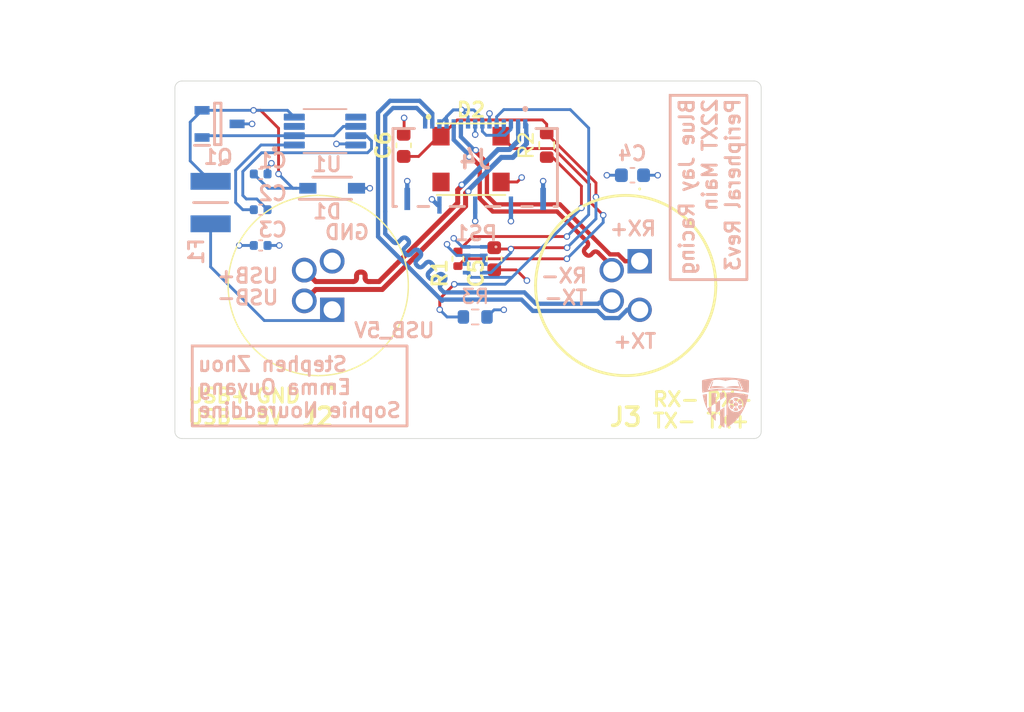
<source format=kicad_pcb>
(kicad_pcb (version 20241229) (generator "pcbnew") (generator_version "9.0")
  (layers (0 "F.Cu" signal) (4 "In1.Cu" signal) (6 "In2.Cu" signal) (2 "B.Cu" signal) (13 "F.Paste" user) (15 "B.Paste" user) (5 "F.SilkS" user "F.Silkscreen") (7 "B.SilkS" user "B.Silkscreen") (1 "F.Mask" user) (3 "B.Mask" user) (25 "Edge.Cuts" user))
  (net 0 "")
  (net 1 "Net-(U1-VCAPL)")
  (net 2 "Net-(U1-VCAPH)")
  (net 3 "5V_BOOST")
  (net 4 "Net-(D1-K)")
  (net 6 "Net-(D2-DIN)")
  (net 7 "Net-(F1-Pad1)")
  (net 8 "USB_D_N")
  (net 9 "USB_D_P")
  (net 10 "RX_N")
  (net 11 "TX_P")
  (net 12 "TX_N")
  (net 13 "RX_P")
  (net 14 "GND")
  (net 15 "LED_CONTROL")
  (net 16 "3.3V")
  (net 17 "USB_5V")
  (net 18 "gate")
  (net 21 "Net-(PS1-FB)")
  (footprint "22XT_Main_Peripheral:T4040014041000" (layer "F.Cu") (at 105 94.5 90)
    (property "Reference" "J2" (at -7.5 -1 180) (layer "F.SilkS") (effects (font (size 1.27 1.27) (thickness 0.254))))
    (property "Value" "T4040014041000" (hide yes))
    (pad "1" thru_hole rect (at 0 0 90) (size 1.7 1.7) (drill 1.2) (layers "*.Cu" "*.Mask") (net 7 "Net-(F1-Pad1)"))
    (pad "2" thru_hole circle (at 0.625 -1.95 90) (size 1.731 1.731) (drill 1.2) (layers "*.Cu" "*.Mask") (net 8 "USB_D_N"))
    (pad "3" thru_hole circle (at 3.4 0 90) (size 1.731 1.731) (drill 1.2) (layers "*.Cu" "*.Mask") (net 14 "GND"))
    (pad "4" thru_hole circle (at 2.775 -1.95 90) (size 1.731 1.731) (drill 1.2) (layers "*.Cu" "*.Mask") (net 9 "USB_D_P"))
  )
  (footprint "Resistor_SMD:R_0402_1005Metric" (layer "F.Cu") (at 113.792 90.932 -90)
    (property "Reference" "R1" (at 1.016 1.27 90) (layer "F.SilkS") (effects (font (thickness 0.2) (bold yes))))
    (property "Value" "500")
    (pad "1" smd roundrect (at -0.51 0 270) (size 0.54 0.64) (layers "F.Cu" "F.Mask" "F.Paste") (net 15 "LED_CONTROL"))
    (pad "2" smd roundrect (at 0.51 0 270) (size 0.54 0.64) (layers "F.Cu" "F.Mask" "F.Paste") (net 6 "Net-(D2-DIN)"))
  )
  (footprint "Capacitor_SMD:C_0603_1608Metric" (layer "F.Cu") (at 116.332 90.932 -90)
    (property "Reference" "C5" (at 1.016 1.27 90) (layer "F.SilkS") (effects (font (thickness 0.2) (bold yes))))
    (property "Value" "10uF")
    (pad "1" smd roundrect (at -0.775 0 270) (size 0.9 0.95) (layers "F.Cu" "F.Mask" "F.Paste") (net 3 "5V_BOOST"))
    (pad "2" smd roundrect (at 0.775 0 270) (size 0.9 0.95) (layers "F.Cu" "F.Mask" "F.Paste") (net 14 "GND"))
  )
  (footprint "22XT_Main_Peripheral:LED_5050" (layer "F.Cu") (at 114.7 84)
    (property "Reference" "D2" (at 0.01 -3.482 0) (layer "F.SilkS") (effects (font (thickness 0.2) (bold yes))))
    (property "Value" "Neopixel 5050 Smart Diode")
    (pad "1" smd rect (at 2.11 1.56) (size 1.2 1.3) (layers "F.Cu" "F.Mask" "F.Paste") (net 14 "GND"))
    (pad "2" smd rect (at 2.11 -1.64) (size 1.2 1.3) (layers "F.Cu" "F.Mask" "F.Paste") (net 6 "Net-(D2-DIN)"))
    (pad "3" smd rect (at -2.09 -1.64) (size 1.2 1.3) (layers "F.Cu" "F.Mask" "F.Paste") (net 3 "5V_BOOST"))
    (pad "4" smd rect (at -2.09 1.56) (size 1.2 1.3) (layers "F.Cu" "F.Mask" "F.Paste"))
  )
  (footprint "22XT_Main_Peripheral:T4041017041000" (layer "F.Cu") (at 126.5 91.1 90)
    (property "Reference" "J3" (at -10.9 -0.975 180) (layer "F.SilkS") (effects (font (size 1.27 1.27) (thickness 0.254))))
    (property "Value" "T4041017041-000" (hide yes))
    (pad "1" thru_hole rect (at 0 0 90) (size 1.7 1.7) (drill 1.2) (layers "*.Cu" "*.Mask") (net 13 "RX_P"))
    (pad "2" thru_hole circle (at -0.625 -1.95 90) (size 1.7 1.7) (drill 1.2) (layers "*.Cu" "*.Mask") (net 10 "RX_N"))
    (pad "3" thru_hole circle (at -3.4 0 90) (size 1.7 1.7) (drill 1.2) (layers "*.Cu" "*.Mask") (net 11 "TX_P"))
    (pad "4" thru_hole circle (at -2.775 -1.95 90) (size 1.7 1.7) (drill 1.2) (layers "*.Cu" "*.Mask") (net 12 "TX_N"))
  )
  (footprint "Capacitor_SMD:C_0603_1608Metric" (layer "F.Cu") (at 110 83 90)
    (property "Reference" "C6" (at 0 -1.43 90) (layer "F.SilkS") (effects (font (thickness 0.2) (bold yes))))
    (property "Value" "10uF")
    (pad "1" smd roundrect (at -0.775 0 90) (size 0.9 0.95) (layers "F.Cu" "F.Mask" "F.Paste") (net 3 "5V_BOOST"))
    (pad "2" smd roundrect (at 0.775 0 90) (size 0.9 0.95) (layers "F.Cu" "F.Mask" "F.Paste") (net 14 "GND"))
  )
  (footprint "Resistor_SMD:R_0603_1608Metric" (layer "F.Cu") (at 120 83 90)
    (property "Reference" "R2" (at 0 -1.43 90) (layer "F.SilkS"))
    (property "Value" "820K")
    (pad "1" smd roundrect (at -0.825 0 90) (size 0.8 0.95) (layers "F.Cu" "F.Mask" "F.Paste") (net 21 "Net-(PS1-FB)"))
    (pad "2" smd roundrect (at 0.825 0 90) (size 0.8 0.95) (layers "F.Cu" "F.Mask" "F.Paste") (net 3 "5V_BOOST"))
  )
  (footprint "22XT_Main_Peripheral:LM74610QDGKRQ1" (layer "B.Cu") (at 104.5 82)
    (property "Reference" "U1" (at 0.148 2.328 0) (layer "B.SilkS") (effects (font (thickness 0.2) (bold yes)) (justify mirror)))
    (property "Value" "LM74610QDGKRQ1")
    (pad "1" smd roundrect (at -2.15 0.975) (size 1.47 0.48) (layers "B.Cu" "B.Mask" "B.Paste") (roundrect_rratio 0.125) (net 1 "Net-(U1-VCAPL)"))
    (pad "2" smd roundrect (at -2.15 0.325) (size 1.47 0.48) (layers "B.Cu" "B.Mask" "B.Paste") (roundrect_rratio 0.125) (net 18 "gate"))
    (pad "3" smd roundrect (at -2.15 -0.325) (size 1.47 0.48) (layers "B.Cu" "B.Mask" "B.Paste") (roundrect_rratio 0.125))
    (pad "4" smd roundrect (at -2.15 -0.975) (size 1.47 0.48) (layers "B.Cu" "B.Mask" "B.Paste") (roundrect_rratio 0.125) (net 4 "Net-(D1-K)"))
    (pad "5" smd roundrect (at 2.15 -0.975) (size 1.47 0.48) (layers "B.Cu" "B.Mask" "B.Paste") (roundrect_rratio 0.125))
    (pad "6" smd roundrect (at 2.15 -0.325) (size 1.47 0.48) (layers "B.Cu" "B.Mask" "B.Paste") (roundrect_rratio 0.125) (net 18 "gate"))
    (pad "7" smd roundrect (at 2.15 0.325) (size 1.47 0.48) (layers "B.Cu" "B.Mask" "B.Paste") (roundrect_rratio 0.125) (net 2 "Net-(U1-VCAPH)"))
    (pad "8" smd roundrect (at 2.15 0.975) (size 1.47 0.48) (layers "B.Cu" "B.Mask" "B.Paste") (roundrect_rratio 0.125) (net 17 "USB_5V"))
  )
  (footprint "Capacitor_SMD:C_0402_1005Metric" (layer "B.Cu") (at 100 90 180)
    (property "Reference" "C3" (at -0.838 1.1 0) (layer "B.SilkS") (effects (font (thickness 0.2) (bold yes)) (justify mirror)))
    (property "Value" "100pF")
    (pad "1" smd roundrect (at -0.48 0 180) (size 0.56 0.62) (layers "B.Cu" "B.Mask" "B.Paste") (net 17 "USB_5V"))
    (pad "2" smd roundrect (at 0.48 0 180) (size 0.56 0.62) (layers "B.Cu" "B.Mask" "B.Paste") (net 14 "GND"))
  )
  (footprint "22XT_Main_Peripheral:DDZ9691Q-7" (layer "B.Cu") (at 105 86)
    (property "Reference" "D1" (at -0.352 1.63 0) (layer "B.SilkS") (effects (font (thickness 0.2) (bold yes)) (justify mirror)))
    (property "Value" "DDZ9691-7" (hide yes))
    (pad "1" smd rect (at -1.7 0 270) (size 0.75 1.2) (layers "B.Cu" "B.Mask" "B.Paste") (net 4 "Net-(D1-K)"))
    (pad "2" smd rect (at 1.7 0 270) (size 0.75 1.2) (layers "B.Cu" "B.Mask" "B.Paste") (net 14 "GND"))
  )
  (footprint "22XT_Main_Peripheral:FH4115S05SH05" (layer "B.Cu") (at 115 83.987 180)
    (property "Reference" "J4" (at 0 0 0) (layer "B.SilkS") (effects (font (size 1.27 1.27) (thickness 0.254)) (justify mirror)))
    (property "Value" "FH41-15S-0.5SH_05_" (hide yes))
    (pad "1" smd rect (at -3.5 2.487 180) (size 0.3 0.65) (layers "B.Cu" "B.Mask" "B.Paste") (net 8 "USB_D_N"))
    (pad "2" smd rect (at -3 2.487 180) (size 0.3 0.65) (layers "B.Cu" "B.Mask" "B.Paste") (net 9 "USB_D_P"))
    (pad "3" smd rect (at -2.5 2.487 180) (size 0.3 0.65) (layers "B.Cu" "B.Mask" "B.Paste") (net 14 "GND"))
    (pad "4" smd rect (at -2 2.487 180) (size 0.3 0.65) (layers "B.Cu" "B.Mask" "B.Paste") (net 14 "GND"))
    (pad "5" smd rect (at -1.5 2.487 180) (size 0.3 0.65) (layers "B.Cu" "B.Mask" "B.Paste") (net 15 "LED_CONTROL"))
    (pad "6" smd rect (at -1 2.487 180) (size 0.3 0.65) (layers "B.Cu" "B.Mask" "B.Paste") (net 17 "USB_5V"))
    (pad "7" smd rect (at -0.5 2.487 180) (size 0.3 0.65) (layers "B.Cu" "B.Mask" "B.Paste") (net 14 "GND"))
    (pad "8" smd rect (at 0 2.487 180) (size 0.3 0.65) (layers "B.Cu" "B.Mask" "B.Paste") (net 16 "3.3V"))
    (pad "9" smd rect (at 0.5 2.487 180) (size 0.3 0.65) (layers "B.Cu" "B.Mask" "B.Paste") (net 14 "GND"))
    (pad "10" smd rect (at 1 2.487 180) (size 0.3 0.65) (layers "B.Cu" "B.Mask" "B.Paste") (net 13 "RX_P"))
    (pad "11" smd rect (at 1.5 2.487 180) (size 0.3 0.65) (layers "B.Cu" "B.Mask" "B.Paste") (net 10 "RX_N"))
    (pad "12" smd rect (at 2 2.487 180) (size 0.3 0.65) (layers "B.Cu" "B.Mask" "B.Paste") (net 14 "GND"))
    (pad "13" smd rect (at 2.5 2.487 180) (size 0.3 0.65) (layers "B.Cu" "B.Mask" "B.Paste") (net 14 "GND"))
    (pad "14" smd rect (at 3 2.487 180) (size 0.3 0.65) (layers "B.Cu" "B.Mask" "B.Paste") (net 11 "TX_P"))
    (pad "15" smd rect (at 3.5 2.487 180) (size 0.3 0.65) (layers "B.Cu" "B.Mask" "B.Paste") (net 12 "TX_N"))
    (pad "G1" smd rect (at -2.5 -3.188 180) (size 0.3 1.2) (layers "B.Cu" "B.Mask" "B.Paste") (net 14 "GND"))
    (pad "G2" smd rect (at 0 -3.188 180) (size 0.3 1.2) (layers "B.Cu" "B.Mask" "B.Paste") (net 14 "GND"))
    (pad "G3" smd rect (at 2.5 -3.188 180) (size 0.3 1.2) (layers "B.Cu" "B.Mask" "B.Paste") (net 14 "GND"))
    (pad "MP1" smd rect (at -4.75 -2.763 180) (size 0.4 1.55) (layers "B.Cu" "B.Mask" "B.Paste") (net 14 "GND"))
    (pad "MP2" smd rect (at 4.75 -2.763 180) (size 0.4 1.55) (layers "B.Cu" "B.Mask" "B.Paste") (net 14 "GND"))
  )
  (footprint "22XT_Main_Peripheral:0ZCH0050FF2G" (layer "B.Cu") (at 96.5 87 90)
    (property "Reference" "F1" (at -3.424 -0.996 90) (layer "B.SilkS") (effects (font (thickness 0.2) (bold yes)) (justify mirror)))
    (property "Value" "0ZCH0050FF2G" (hide yes))
    (pad "1" smd rect (at -1.485 0 90) (size 1.18 2.81) (layers "B.Cu" "B.Mask" "B.Paste") (net 7 "Net-(F1-Pad1)"))
    (pad "2" smd rect (at 1.485 0 90) (size 1.18 2.81) (layers "B.Cu" "B.Mask" "B.Paste") (net 4 "Net-(D1-K)"))
  )
  (footprint "22XT_Main_Peripheral:TPSM83100SIUR" (layer "B.Cu") (at 115 91 180)
    (property "Reference" "PS1" (at -0.062 1.846 0) (layer "B.SilkS") (effects (font (thickness 0.2) (bold yes)) (justify mirror)))
    (property "Value" "TPSM83100SIUR" (hide yes))
    (pad "1" smd rect (at -0.6 0.9 90) (size 0.26 0.53) (layers "B.Cu" "B.Mask" "B.Paste") (net 16 "3.3V"))
    (pad "2" smd rect (at -0.6 0.3 90) (size 0.26 0.53) (layers "B.Cu" "B.Mask" "B.Paste") (net 14 "GND"))
    (pad "3" smd rect (at -0.6 -0.3 90) (size 0.26 0.53) (layers "B.Cu" "B.Mask" "B.Paste") (net 14 "GND"))
    (pad "4" smd rect (at -0.6 -0.9 90) (size 0.26 0.53) (layers "B.Cu" "B.Mask" "B.Paste") (net 3 "5V_BOOST"))
    (pad "5" smd rect (at 0.6 -0.9 90) (size 0.26 0.53) (layers "B.Cu" "B.Mask" "B.Paste") (net 21 "Net-(PS1-FB)"))
    (pad "6" smd rect (at 0.6 -0.3 90) (size 0.26 0.53) (layers "B.Cu" "B.Mask" "B.Paste") (net 14 "GND"))
    (pad "7" smd rect (at 0.6 0.3 90) (size 0.26 0.53) (layers "B.Cu" "B.Mask" "B.Paste") (net 14 "GND"))
    (pad "8" smd rect (at 0.6 0.9 90) (size 0.26 0.53) (layers "B.Cu" "B.Mask" "B.Paste") (net 16 "3.3V"))
  )
  (footprint "Resistor_SMD:R_0603_1608Metric" (layer "B.Cu") (at 115 95 180)
    (property "Reference" "R3" (at 0 1.43 0) (layer "B.SilkS") (effects (justify mirror)))
    (property "Value" "90.9K")
    (pad "1" smd roundrect (at -0.825 0 180) (size 0.8 0.95) (layers "B.Cu" "B.Mask" "B.Paste") (net 14 "GND"))
    (pad "2" smd roundrect (at 0.825 0 180) (size 0.8 0.95) (layers "B.Cu" "B.Mask" "B.Paste") (net 21 "Net-(PS1-FB)"))
  )
  (footprint "22XT_Main_Peripheral:SSF2302" (layer "B.Cu") (at 97 81.5)
    (property "Reference" "Q1" (at 0.028 2.32 0) (layer "B.SilkS") (effects (font (thickness 0.2) (bold yes)) (justify mirror)))
    (property "Value" "SSF2302" (hide yes))
    (pad "1" smd rect (at -1.1 0.95 270) (size 0.6 1.05) (layers "B.Cu" "B.Mask" "B.Paste") (net 18 "gate"))
    (pad "2" smd rect (at -1.1 -0.95 270) (size 0.6 1.05) (layers "B.Cu" "B.Mask" "B.Paste") (net 4 "Net-(D1-K)"))
    (pad "3" smd rect (at 1.35 0 270) (size 0.6 1.05) (layers "B.Cu" "B.Mask" "B.Paste") (net 17 "USB_5V"))
  )
  (footprint "Capacitor_SMD:C_0603_1608Metric" (layer "B.Cu") (at 125.997 85.09)
    (property "Reference" "C4" (at -0.013 -1.524 0) (layer "B.SilkS") (effects (font (thickness 0.2) (bold yes)) (justify mirror)))
    (property "Value" "10uF")
    (pad "1" smd roundrect (at -0.775 0) (size 0.9 0.95) (layers "B.Cu" "B.Mask" "B.Paste") (net 16 "3.3V"))
    (pad "2" smd roundrect (at 0.775 0) (size 0.9 0.95) (layers "B.Cu" "B.Mask" "B.Paste") (net 14 "GND"))
  )
  (footprint "Capacitor_SMD:C_0402_1005Metric" (layer "B.Cu") (at 100 87.5 180)
    (property "Reference" "C2" (at -0.838 1.14 0) (layer "B.SilkS") (effects (font (thickness 0.2) (bold yes)) (justify mirror)))
    (property "Value" "2.2uF")
    (pad "1" smd roundrect (at -0.48 0 180) (size 0.56 0.62) (layers "B.Cu" "B.Mask" "B.Paste") (net 2 "Net-(U1-VCAPH)"))
    (pad "2" smd roundrect (at 0.48 0 180) (size 0.56 0.62) (layers "B.Cu" "B.Mask" "B.Paste") (net 1 "Net-(U1-VCAPL)"))
  )
  (footprint "22XT_Main_Peripheral:BJR_LOGO" (layer "B.Cu") (at 132.5 101 180)
    (property "Reference" "G***" (hide yes))
    (property "Value" "BJR_LOGO" (hide yes))
  )
  (footprint "Capacitor_SMD:C_0402_1005Metric" (layer "B.Cu") (at 100 85 180)
    (property "Reference" "C1" (at -0.838 0.926 0) (layer "B.SilkS") (effects (font (thickness 0.2) (bold yes)) (justify mirror)))
    (property "Value" "100pF")
    (pad "1" smd roundrect (at -0.48 0 180) (size 0.56 0.62) (layers "B.Cu" "B.Mask" "B.Paste") (net 14 "GND"))
    (pad "2" smd roundrect (at 0.48 0 180) (size 0.56 0.62) (layers "B.Cu" "B.Mask" "B.Paste") (net 4 "Net-(D1-K)"))
  )
  (gr_rect (start 95.217 97.028) (end 110.236 102.616) (stroke (width 0.2)) (fill no) (layer "B.SilkS"))
  (gr_rect (start 128.636 79.502) (end 134 92.388) (stroke (width 0.2)) (fill no) (layer "B.SilkS"))
  (gr_line (start 94.5 103.5) (end 134.5 103.5) (stroke (width 0.05)) (layer "Edge.Cuts"))
  (gr_line (start 135 79) (end 135 103) (stroke (width 0.05)) (layer "Edge.Cuts"))
  (gr_arc (start 134.5 78.5) (mid 134.853553 78.646447) (end 135 79) (stroke (width 0.05)) (layer "Edge.Cuts"))
  (gr_line (start 94.5 78.5) (end 134.5 78.5) (stroke (width 0.05)) (layer "Edge.Cuts"))
  (gr_line (start 94 103) (end 94 79) (stroke (width 0.05)) (layer "Edge.Cuts"))
  (gr_arc (start 94 79) (mid 94.146447 78.646447) (end 94.5 78.5) (stroke (width 0.05)) (layer "Edge.Cuts"))
  (gr_arc (start 135.000001 103.000001) (mid 134.853554 103.353554) (end 134.500001 103.500001) (stroke (width 0.05)) (layer "Edge.Cuts"))
  (gr_arc (start 94.5 103.5) (mid 94.146447 103.353553) (end 94 103) (stroke (width 0.05)) (layer "Edge.Cuts"))
  (gr_text "5V" (at 99.568 102.596 0) (layer "F.SilkS") (effects (font (size 1 1) (thickness 0.2) (bold yes)) (justify left bottom)))
  (gr_text "TX+" (at 131.064 102.85 0) (layer "F.SilkS") (effects (font (size 1 1) (thickness 0.2) (bold yes)) (justify left bottom)))
  (gr_text "RX-" (at 127.314 101.346 0) (layer "F.SilkS") (effects (font (size 1 1) (thickness 0.2) (bold yes)) (justify left bottom)))
  (gr_text "USB+" (at 94.794 101.092 0) (layer "F.SilkS") (effects (font (size 1 1) (thickness 0.2) (bold yes)) (justify left bottom)))
  (gr_text "TX-" (at 127.314 102.85 0) (layer "F.SilkS") (effects (font (size 1 1) (thickness 0.2) (bold yes)) (justify left bottom)))
  (gr_text "USB-" (at 94.794 102.596 0) (layer "F.SilkS") (effects (font (size 1 1) (thickness 0.2) (bold yes)) (justify left bottom)))
  (gr_text "GND" (at 99.568 101.092 0) (layer "F.SilkS") (effects (font (size 1 1) (thickness 0.2) (bold yes)) (justify left bottom)))
  (gr_text "RX+" (at 131.064 101.346 0) (layer "F.SilkS") (effects (font (size 1 1) (thickness 0.2) (bold yes)) (justify left bottom)))
  (gr_text "USB_5V\n" (at 112.268 96.52 0) (layer "B.SilkS") (effects (font (size 1 1) (thickness 0.2) (bold yes)) (justify left bottom mirror)))
  (gr_text "Stephen Zhou\nEmma Ouyang\nSophie Noureddine" (at 95.504 102.108 0) (layer "B.SilkS") (effects (font (size 1 1) (thickness 0.2) (bold yes)) (justify right bottom mirror)))
  (gr_text "Blue Jay Racing \n22XT Main \nPeripheral Rev3" (at 133.604 79.633 90) (layer "B.SilkS") (effects (font (size 1 1) (thickness 0.2) (bold yes)) (justify left bottom mirror)))
  (gr_text "GND" (at 107.696 89.662 0) (layer "B.SilkS") (effects (font (size 1 1) (thickness 0.2) (bold yes)) (justify left bottom mirror)))
  (gr_text "TX-" (at 122.936 94.234 0) (layer "B.SilkS") (effects (font (size 1 1) (thickness 0.2) (bold yes)) (justify left bottom mirror)))
  (gr_text "USB+" (at 101.346 92.71 0) (layer "B.SilkS") (effects (font (size 1 1) (thickness 0.2) (bold yes)) (justify left bottom mirror)))
  (gr_text "RX-" (at 122.936 92.71 0) (layer "B.SilkS") (effects (font (size 1 1) (thickness 0.2) (bold yes)) (justify left bottom mirror)))
  (gr_text "USB-" (at 101.346 94.234 0) (layer "B.SilkS") (effects (font (size 1 1) (thickness 0.2) (bold yes)) (justify left bottom mirror)))
  (gr_text "RX+" (at 127.762 89.408 0) (layer "B.SilkS") (effects (font (size 1 1) (thickness 0.2) (bold yes)) (justify left bottom mirror)))
  (gr_text "TX+" (at 127.762 97.282 0) (layer "B.SilkS") (effects (font (size 1 1) (thickness 0.2) (bold yes)) (justify left bottom mirror)))
  (segment (start 102.35 82.975) (end 100.025 82.975) (width 0.2) (layer "B.Cu") (net 1))
  (segment (start 100.025 82.975) (end 98.25 84.75) (width 0.2) (layer "B.Cu") (net 1))
  (segment (start 98.75 87.5) (end 99.52 87.5) (width 0.2) (layer "B.Cu") (net 1))
  (segment (start 98.25 84.75) (end 98.25 87) (width 0.2) (layer "B.Cu") (net 1))
  (segment (start 98.25 87) (end 98.75 87.5) (width 0.2) (layer "B.Cu") (net 1))
  (segment (start 107.75 83.242192) (end 107.75 82.690001) (width 0.2) (layer "B.Cu") (net 2))
  (segment (start 107.476192 83.516) (end 107.75 83.242192) (width 0.2) (layer "B.Cu") (net 2))
  (segment (start 98.75 86.5) (end 98.75 84.83245) (width 0.2) (layer "B.Cu") (net 2))
  (segment (start 100.06645 83.516) (end 107.476192 83.516) (width 0.2) (layer "B.Cu") (net 2))
  (segment (start 98.75 84.83245) (end 100.06645 83.516) (width 0.2) (layer "B.Cu") (net 2))
  (segment (start 100.48 87.5) (end 99.73 86.75) (width 0.2) (layer "B.Cu") (net 2))
  (segment (start 107.75 82.690001) (end 107.384999 82.325) (width 0.2) (layer "B.Cu") (net 2))
  (segment (start 107.384999 82.325) (end 106.65 82.325) (width 0.2) (layer "B.Cu") (net 2))
  (segment (start 99.73 86.75) (end 99 86.75) (width 0.2) (layer "B.Cu") (net 2))
  (segment (start 99 86.75) (end 98.75 86.5) (width 0.2) (layer "B.Cu") (net 2))
  (segment (start 117.5 90.25) (end 116.425 90.25) (width 0.2) (layer "F.Cu") (net 3))
  (segment (start 116.425 90.25) (end 116.332 90.157) (width 0.2) (layer "F.Cu") (net 3))
  (segment (start 113.747 81.223) (end 112.61 82.36) (width 0.2) (layer "F.Cu") (net 3))
  (segment (start 112.458 82.36) (end 111.043 83.775) (width 0.2) (layer "F.Cu") (net 3))
  (segment (start 112.61 82.36) (end 112.458 82.36) (width 0.2) (layer "F.Cu") (net 3))
  (segment (start 111.043 83.775) (end 110 83.775) (width 0.2) (layer "F.Cu") (net 3))
  (segment (start 120 82.175) (end 120 81.52) (width 0.2) (layer "F.Cu") (net 3))
  (segment (start 123.444 86.614) (end 123.444 85.619) (width 0.2) (layer "F.Cu") (net 3))
  (segment (start 117.593 90.157) (end 117.5 90.25) (width 0.2) (layer "F.Cu") (net 3))
  (segment (start 120 81.52) (end 119.703 81.223) (width 0.2) (layer "F.Cu") (net 3))
  (segment (start 123.444 85.619) (end 120 82.175) (width 0.2) (layer "F.Cu") (net 3))
  (segment (start 119.703 81.223) (end 113.747 81.223) (width 0.2) (layer "F.Cu") (net 3))
  (segment (start 121.425 90.157) (end 117.593 90.157) (width 0.2) (layer "F.Cu") (net 3))
  (via (at 117.5 90.25) (size 0.45) (drill 0.3) (layers "F.Cu" "B.Cu") (net 3))
  (via (at 121.425 90.157) (size 0.45) (drill 0.3) (layers "F.Cu" "B.Cu") (net 3))
  (via (at 123.444 86.614) (size 0.45) (drill 0.3) (layers "F.Cu" "B.Cu") (net 3))
  (segment (start 123.444 88.138) (end 123.444 86.614) (width 0.2) (layer "B.Cu") (net 3))
  (segment (start 115.6 91.9) (end 116.1 91.9) (width 0.2) (layer "B.Cu") (net 3))
  (segment (start 121.425 90.157) (end 123.444 88.138) (width 0.2) (layer "B.Cu") (net 3))
  (segment (start 117.5 90.5) (end 117.5 90.25) (width 0.2) (layer "B.Cu") (net 3))
  (segment (start 116.1 91.9) (end 117.5 90.5) (width 0.2) (layer "B.Cu") (net 3))
  (segment (start 99.995 80.55) (end 101.25 81.805) (width 0.2) (layer "F.Cu") (net 4))
  (segment (start 101.25 81.805) (end 101.25 85) (width 0.2) (layer "F.Cu") (net 4))
  (segment (start 99.5 80.55) (end 99.995 80.55) (width 0.2) (layer "F.Cu") (net 4))
  (via (at 99.5 80.55) (size 0.45) (drill 0.3) (layers "F.Cu" "B.Cu") (net 4))
  (via (at 101.25 85) (size 0.45) (drill 0.3) (layers "F.Cu" "B.Cu") (net 4))
  (segment (start 102.35 81.025) (end 101.875 80.55) (width 0.2) (layer "B.Cu") (net 4))
  (segment (start 102.25 86) (end 101.25 85) (width 0.2) (layer "B.Cu") (net 4))
  (segment (start 95.074 84.089) (end 95.074 81.376) (width 0.2) (layer "B.Cu") (net 4))
  (segment (start 100.52 86) (end 99.52 85) (width 0.2) (layer "B.Cu") (net 4))
  (segment (start 101.875 80.55) (end 95.9 80.55) (width 0.2) (layer "B.Cu") (net 4))
  (segment (start 96.5 85.515) (end 95.074 84.089) (width 0.2) (layer "B.Cu") (net 4))
  (segment (start 103.3 86) (end 102.5 86) (width 0.2) (layer "B.Cu") (net 4))
  (segment (start 102.5 86) (end 102.25 86) (width 0.2) (layer "B.Cu") (net 4))
  (segment (start 95.074 81.376) (end 95.9 80.55) (width 0.2) (layer "B.Cu") (net 4))
  (segment (start 102.5 86) (end 100.52 86) (width 0.2) (layer "B.Cu") (net 4))
  (segment (start 114.302 90.932) (end 113.792 91.442) (width 0.2) (layer "F.Cu") (net 6))
  (segment (start 122.993 86.925) (end 123.952 87.884) (width 0.2) (layer "F.Cu") (net 6))
  (segment (start 121.412 90.932) (end 114.302 90.932) (width 0.2) (layer "F.Cu") (net 6))
  (segment (start 120.496 83.224) (end 122.993 85.721) (width 0.2) (layer "F.Cu") (net 6))
  (segment (start 117.674 83.224) (end 120.496 83.224) (width 0.2) (layer "F.Cu") (net 6))
  (segment (start 122.993 85.721) (end 122.993 86.925) (width 0.2) (layer "F.Cu") (net 6))
  (segment (start 116.81 82.36) (end 117.674 83.224) (width 0.2) (layer "F.Cu") (net 6))
  (via (at 123.952 87.884) (size 0.45) (drill 0.3) (layers "F.Cu" "B.Cu") (net 6))
  (via (at 121.412 90.932) (size 0.45) (drill 0.3) (layers "F.Cu" "B.Cu") (net 6))
  (segment (start 121.412 90.932) (end 123.952 88.392) (width 0.2) (layer "B.Cu") (net 6))
  (segment (start 123.952 88.392) (end 123.952 87.884) (width 0.2) (layer "B.Cu") (net 6))
  (segment (start 96.5 91.5) (end 100.25 95.25) (width 0.2) (layer "B.Cu") (net 7))
  (segment (start 96.5 88.485) (end 96.5 91.5) (width 0.2) (layer "B.Cu") (net 7))
  (segment (start 104.25 95.25) (end 105 94.5) (width 0.2) (layer "B.Cu") (net 7))
  (segment (start 100.25 95.25) (end 104.25 95.25) (width 0.2) (layer "B.Cu") (net 7))
  (segment (start 103.84902 93.07598) (end 108.505223 93.07598) (width 0.35) (layer "F.Cu") (net 8))
  (segment (start 114.32698 86.342315) (end 114.448944 86.220351) (width 0.35) (layer "F.Cu") (net 8))
  (segment (start 114.448944 86.220351) (end 114.518269 86.220351) (width 0.35) (layer "F.Cu") (net 8))
  (segment (start 108.505223 93.07598) (end 114.32698 87.254223) (width 0.35) (layer "F.Cu") (net 8))
  (segment (start 114.32698 87.254223) (end 114.32698 86.342315) (width 0.35) (layer "F.Cu") (net 8))
  (segment (start 103.05 93.875) (end 103.84902 93.07598) (width 0.35) (layer "F.Cu") (net 8))
  (via (at 114.518269 86.220351) (size 0.45) (drill 0.3) (layers "F.Cu" "B.Cu") (net 8))
  (segment (start 118.588892 82.29266) (end 118.588892 82.882425) (width 0.35) (layer "B.Cu") (net 8))
  (segment (start 116.826909 83.841) (end 114.518269 86.14964) (width 0.35) (layer "B.Cu") (net 8))
  (segment (start 114.518269 86.14964) (end 114.518269 86.220351) (width 0.35) (layer "B.Cu") (net 8))
  (segment (start 118.588892 82.882425) (end 117.630317 83.841) (width 0.35) (layer "B.Cu") (net 8))
  (segment (start 117.630317 83.841) (end 116.826909 83.841) (width 0.35) (layer "B.Cu") (net 8))
  (segment (start 118.57 82.273768) (end 118.57 81.57) (width 0.3) (layer "B.Cu") (net 8))
  (segment (start 118.57 81.57) (end 118.5 81.5) (width 0.3) (layer "B.Cu") (net 8))
  (segment (start 118.588892 82.29266) (end 118.57 82.273768) (width 0.3) (layer "B.Cu") (net 8))
  (segment (start 109.196238 91.60576) (end 109.421586 91.380414) (width 0.35) (layer "F.Cu") (net 9))
  (segment (start 107.305238 92.105355) (end 107.305238 92.285) (width 0.35) (layer "F.Cu") (net 9))
  (segment (start 106.705238 92.285) (end 106.705238 92.105355) (width 0.35) (layer "F.Cu") (net 9))
  (segment (start 108.277 92.525) (end 109.196238 91.60576) (width 0.35) (layer "F.Cu") (net 9))
  (segment (start 106.945238 91.865355) (end 107.065238 91.865355) (width 0.35) (layer "F.Cu") (net 9))
  (segment (start 107.665238 92.525) (end 108.277 92.525) (width 0.35) (layer "F.Cu") (net 9))
  (segment (start 103.05 91.725) (end 103.85 92.525) (width 0.35) (layer "F.Cu") (net 9))
  (segment (start 114.058649 85.831442) (end 114.058649 85.760731) (width 0.35) (layer "F.Cu") (net 9))
  (segment (start 113.776 86.114091) (end 114.058649 85.831442) (width 0.35) (layer "F.Cu") (net 9))
  (segment (start 107.545238 92.525) (end 107.665238 92.525) (width 0.35) (layer "F.Cu") (net 9))
  (segment (start 109.421586 91.380414) (end 113.776 87.026) (width 0.35) (layer "F.Cu") (net 9))
  (segment (start 113.776 87.026) (end 113.776 86.114091) (width 0.35) (layer "F.Cu") (net 9))
  (segment (start 103.85 92.525) (end 106.465238 92.525) (width 0.35) (layer "F.Cu") (net 9))
  (via (at 114.058649 85.760731) (size 0.45) (drill 0.3) (layers "F.Cu" "B.Cu") (net 9))
  (arc (start 106.705238 92.105355) (mid 106.775532 91.935649) (end 106.945238 91.865355) (width 0.35) (layer "F.Cu") (net 9))
  (arc (start 107.305238 92.285) (mid 107.375532 92.454706) (end 107.545238 92.525) (width 0.35) (layer "F.Cu") (net 9))
  (arc (start 107.065238 91.865355) (mid 107.234944 91.935649) (end 107.305238 92.105355) (width 0.35) (layer "F.Cu") (net 9))
  (arc (start 106.465238 92.525) (mid 106.634944 92.454706) (end 106.705238 92.285) (width 0.35) (layer "F.Cu") (net 9))
  (segment (start 118.038892 82.654605) (end 118.038892 82.29266) (width 0.35) (layer "B.Cu") (net 9))
  (segment (start 118.038892 82.29266) (end 118 82.253768) (width 0.3) (layer "B.Cu") (net 9))
  (segment (start 116.599091 83.291) (end 117.402497 83.291) (width 0.35) (layer "B.Cu") (net 9))
  (segment (start 117.402497 83.291) (end 118.038892 82.654605) (width 0.35) (layer "B.Cu") (net 9))
  (segment (start 114.058649 85.760731) (end 114.12936 85.760731) (width 0.35) (layer "B.Cu") (net 9))
  (segment (start 114.12936 85.760731) (end 116.599091 83.291) (width 0.35) (layer "B.Cu") (net 9))
  (segment (start 118 82.253768) (end 118 81.5) (width 0.3) (layer "B.Cu") (net 9))
  (segment (start 115.32 86.717554) (end 115.32 84.431554) (width 0.3) (layer "F.Cu") (net 10))
  (segment (start 122.82642 89.729974) (end 122.741568 89.645122) (width 0.3) (layer "F.Cu") (net 10))
  (segment (start 124.55 91.725) (end 124.55 91.453554) (width 0.3) (layer "F.Cu") (net 10))
  (segment (start 123.250685 90.493651) (end 123.102078 90.642255) (width 0.3) (layer "F.Cu") (net 10))
  (segment (start 122.219443 89.122997) (end 120.722446 87.626) (width 0.3) (layer "F.Cu") (net 10))
  (segment (start 122.762668 90.642256) (end 122.677815 90.557403) (width 0.3) (layer "F.Cu") (net 10))
  (segment (start 122.741568 89.645122) (end 122.219443 89.122997) (width 0.3) (layer "F.Cu") (net 10))
  (segment (start 122.677815 90.217991) (end 122.826419 90.069384) (width 0.3) (layer "F.Cu") (net 10))
  (segment (start 120.722446 87.626) (end 116.228446 87.626) (width 0.3) (layer "F.Cu") (net 10))
  (segment (start 116.228446 87.626) (end 115.32 86.717554) (width 0.3) (layer "F.Cu") (net 10))
  (segment (start 114.684256 83.79581) (end 114.57819 83.79581) (width 0.3) (layer "F.Cu") (net 10))
  (segment (start 124.55 91.453554) (end 123.590097 90.493651) (width 0.3) (layer "F.Cu") (net 10))
  (segment (start 115.32 84.431554) (end 114.684256 83.79581) (width 0.3) (layer "F.Cu") (net 10))
  (via (at 114.57819 83.79581) (size 0.45) (drill 0.3) (layers "F.Cu" "B.Cu") (net 10))
  (arc (start 123.102078 90.642255) (mid 122.932373 90.712551) (end 122.762668 90.642256) (width 0.3) (layer "F.Cu") (net 10))
  (arc (start 123.590097 90.493651) (mid 123.42039 90.423355) (end 123.250685 90.493651) (width 0.3) (layer "F.Cu") (net 10))
  (arc (start 122.826419 90.069384) (mid 122.896715 89.899679) (end 122.82642 89.729974) (width 0.3) (layer "F.Cu") (net 10))
  (arc (start 122.677815 90.557403) (mid 122.607519 90.387696) (end 122.677815 90.217991) (width 0.3) (layer "F.Cu") (net 10))
  (segment (start 114.57819 83.689744) (end 114.57819 83.79581) (width 0.3) (layer "B.Cu") (net 10))
  (segment (start 113.5 82.611554) (end 114.57819 83.689744) (width 0.3) (layer "B.Cu") (net 10))
  (segment (start 113.5 81.5) (end 113.5 82.611554) (width 0.3) (layer "B.Cu") (net 10))
  (segment (start 125.047471 95.076) (end 124.052529 95.076) (width 0.3) (layer "B.Cu") (net 11))
  (segment (start 108.208 89.384554) (end 108.208 80.721877) (width 0.3) (layer "B.Cu") (net 11))
  (segment (start 112 80.768081) (end 112 81.5) (width 0.3) (layer "B.Cu") (net 11))
  (segment (start 108.208 80.721877) (end 109.042877 79.887) (width 0.3) (layer "B.Cu") (net 11))
  (segment (start 124.052529 95.076) (end 123.553509 94.57698) (width 0.3) (layer "B.Cu") (net 11))
  (segment (start 123.553509 94.57698) (end 119.029568 94.57698) (width 0.3) (layer "B.Cu") (net 11))
  (segment (start 111.118919 79.887) (end 112 80.768081) (width 0.3) (layer "B.Cu") (net 11))
  (segment (start 112.684 93.784) (end 112.684 93.860554) (width 0.3) (layer "B.Cu") (net 11))
  (segment (start 119.029568 94.57698) (end 118.236588 93.784) (width 0.3) (layer "B.Cu") (net 11))
  (segment (start 125.623471 94.5) (end 125.047471 95.076) (width 0.3) (layer "B.Cu") (net 11))
  (segment (start 118.236588 93.784) (end 112.684 93.784) (width 0.3) (layer "B.Cu") (net 11))
  (segment (start 126.5 94.5) (end 125.623471 94.5) (width 0.3) (layer "B.Cu") (net 11))
  (segment (start 112.684 93.860554) (end 108.208 89.384554) (width 0.3) (layer "B.Cu") (net 11))
  (segment (start 109.042877 79.887) (end 111.118919 79.887) (width 0.3) (layer "B.Cu") (net 11))
  (segment (start 112.846651 92.146875) (end 112.761798 92.062022) (width 0.3) (layer "B.Cu") (net 12))
  (segment (start 109.208735 89.675383) (end 108.708 89.174648) (width 0.3) (layer "B.Cu") (net 12))
  (segment (start 109.876799 89.516435) (end 109.632998 89.760235) (width 0.3) (layer "B.Cu") (net 12))
  (segment (start 110.725358 90.364933) (end 110.481527 90.608763) (width 0.3) (layer "B.Cu") (net 12))
  (segment (start 110.142115 90.608763) (end 110.057264 90.523912) (width 0.3) (layer "B.Cu") (net 12))
  (segment (start 110.911811 80.387) (end 111.5 80.975189) (width 0.3) (layer "B.Cu") (net 12))
  (segment (start 108.708 80.928985) (end 109.249985 80.387) (width 0.3) (layer "B.Cu") (net 12))
  (segment (start 123.610435 94.076) (end 119.23708 94.076) (width 0.3) (layer "B.Cu") (net 12))
  (segment (start 109.249985 80.387) (end 110.911811 80.387) (width 0.3) (layer "B.Cu") (net 12))
  (segment (start 110.301064 89.601288) (end 110.216211 89.516435) (width 0.3) (layer "B.Cu") (net 12))
  (segment (start 118.4431 93.28202) (end 112.815372 93.28202) (width 0.3) (layer "B.Cu") (net 12))
  (segment (start 111.149623 90.449786) (end 111.06477 90.364933) (width 0.3) (layer "B.Cu") (net 12))
  (segment (start 111.5 80.975189) (end 111.5 81.5) (width 0.3) (layer "B.Cu") (net 12))
  (segment (start 124.425 94) (end 123.686435 94) (width 0.3) (layer "B.Cu") (net 12))
  (segment (start 112.422386 92.062022) (end 112.178585 92.305822) (width 0.3) (layer "B.Cu") (net 12))
  (segment (start 112.815372 93.28202) (end 112.602851 93.069499) (width 0.3) (layer "B.Cu") (net 12))
  (segment (start 109.293587 89.760235) (end 109.208735 89.675383) (width 0.3) (layer "B.Cu") (net 12))
  (segment (start 110.905793 91.033029) (end 111.149623 90.789198) (width 0.3) (layer "B.Cu") (net 12))
  (segment (start 112.602851 92.730087) (end 112.846651 92.486286) (width 0.3) (layer "B.Cu") (net 12))
  (segment (start 119.23708 94.076) (end 118.4431 93.28202) (width 0.3) (layer "B.Cu") (net 12))
  (segment (start 108.708 87.624655) (end 108.708 80.928985) (width 0.3) (layer "B.Cu") (net 12))
  (segment (start 108.708 89.174648) (end 108.708 87.624655) (width 0.3) (layer "B.Cu") (net 12))
  (segment (start 123.686435 94) (end 123.610435 94.076) (width 0.3) (layer "B.Cu") (net 12))
  (segment (start 111.998123 91.298344) (end 111.91327 91.213491) (width 0.3) (layer "B.Cu") (net 12))
  (segment (start 110.057264 90.1845) (end 110.301064 89.940699) (width 0.3) (layer "B.Cu") (net 12))
  (segment (start 111.754322 91.881558) (end 111.998123 91.637756) (width 0.3) (layer "B.Cu") (net 12))
  (segment (start 111.839174 92.305822) (end 111.754322 92.22097) (width 0.3) (layer "B.Cu") (net 12))
  (segment (start 110.990644 91.457292) (end 110.905793 91.372441) (width 0.3) (layer "B.Cu") (net 12))
  (segment (start 124.55 93.875) (end 124.425 94) (width 0.3) (layer "B.Cu") (net 12))
  (segment (start 111.573858 91.213491) (end 111.330056 91.457292) (width 0.3) (layer "B.Cu") (net 12))
  (arc (start 111.91327 91.213491) (mid 111.743564 91.143196) (end 111.573858 91.213491) (width 0.3) (layer "B.Cu") (net 12))
  (arc (start 110.216211 89.516435) (mid 110.046505 89.44614) (end 109.876799 89.516435) (width 0.3) (layer "B.Cu") (net 12))
  (arc (start 111.149623 90.789198) (mid 111.219918 90.619492) (end 111.149623 90.449786) (width 0.3) (layer "B.Cu") (net 12))
  (arc (start 112.761798 92.062022) (mid 112.592092 91.991727) (end 112.422386 92.062022) (width 0.3) (layer "B.Cu") (net 12))
  (arc (start 112.846651 92.486286) (mid 112.916946 92.31658) (end 112.846651 92.146875) (width 0.3) (layer "B.Cu") (net 12))
  (arc (start 110.301064 89.940699) (mid 110.371359 89.770993) (end 110.301064 89.601288) (width 0.3) (layer "B.Cu") (net 12))
  (arc (start 112.178585 92.305822) (mid 112.008879 92.376117) (end 111.839174 92.305822) (width 0.3) (layer "B.Cu") (net 12))
  (arc (start 110.057264 90.523912) (mid 109.986969 90.354206) (end 110.057264 90.1845) (width 0.3) (layer "B.Cu") (net 12))
  (arc (start 111.330056 91.457292) (mid 111.16035 91.527587) (end 110.990644 91.457292) (width 0.3) (layer "B.Cu") (net 12))
  (arc (start 112.602851 93.069499) (mid 112.532556 92.899793) (end 112.602851 92.730087) (width 0.3) (layer "B.Cu") (net 12))
  (arc (start 111.754322 92.22097) (mid 111.684027 92.051264) (end 111.754322 91.881558) (width 0.3) (layer "B.Cu") (net 12))
  (arc (start 110.905793 91.372441) (mid 110.835498 91.202735) (end 110.905793 91.033029) (width 0.3) (layer "B.Cu") (net 12))
  (arc (start 111.998123 91.637756) (mid 112.068418 91.46805) (end 111.998123 91.298344) (width 0.3) (layer "B.Cu") (net 12))
  (arc (start 111.06477 90.364933) (mid 110.895064 90.294638) (end 110.725358 90.364933) (width 0.3) (layer "B.Cu") (net 12))
  (arc (start 110.481527 90.608763) (mid 110.311821 90.679058) (end 110.142115 90.608763) (width 0.3) (layer "B.Cu") (net 12))
  (arc (start 109.632998 89.760235) (mid 109.463292 89.83053) (end 109.293587 89.760235) (width 0.3) (layer "B.Cu") (net 12))
  (segment (start 120.929554 87.126) (end 124.427554 90.624) (width 0.3) (layer "F.Cu") (net 13))
  (segment (start 124.427554 90.624) (end 125.00605 90.624) (width 0.3) (layer "F.Cu") (net 13))
  (segment (start 115.03781 83.442256) (end 115.82 84.224446) (width 0.3) (layer "F.Cu") (net 13))
  (segment (start 125.48205 91.1) (end 126.5 91.1) (width 0.3) (layer "F.Cu") (net 13))
  (segment (start 115.82 86.510446) (end 116.435554 87.126) (width 0.3) (layer "F.Cu") (net 13))
  (segment (start 115.03781 83.33619) (end 115.03781 83.442256) (width 0.3) (layer "F.Cu") (net 13))
  (segment (start 125.00605 90.624) (end 125.48205 91.1) (width 0.3) (layer "F.Cu") (net 13))
  (segment (start 116.435554 87.126) (end 120.929554 87.126) (width 0.3) (layer "F.Cu") (net 13))
  (segment (start 115.82 84.224446) (end 115.82 86.510446) (width 0.3) (layer "F.Cu") (net 13))
  (via (at 115.03781 83.33619) (size 0.45) (drill 0.3) (layers "F.Cu" "B.Cu") (net 13))
  (segment (start 114 81.5) (end 114 82.404446) (width 0.3) (layer "B.Cu") (net 13))
  (segment (start 114 82.404446) (end 114.931744 83.33619) (width 0.3) (layer "B.Cu") (net 13))
  (segment (start 114.931744 83.33619) (end 115.03781 83.33619) (width 0.3) (layer "B.Cu") (net 13))
  (segment (start 117.869 91.707) (end 118.618 92.456) (width 0.2) (layer "F.Cu") (net 14))
  (segment (start 110.030331 81.078526) (end 110.030331 82.194669) (width 0.2) (layer "F.Cu") (net 14))
  (segment (start 116.81 85.56) (end 117.94 85.56) (width 0.2) (layer "F.Cu") (net 14))
  (segment (start 110.030331 82.194669) (end 110 82.225) (width 0.2) (layer "F.Cu") (net 14))
  (segment (start 116.332 91.707) (end 117.869 91.707) (width 0.2) (layer "F.Cu") (net 14))
  (segment (start 117.94 85.56) (end 118.25 85.25) (width 0.2) (layer "F.Cu") (net 14))
  (via (at 107.633 86) (size 0.45) (drill 0.3) (layers "F.Cu" "B.Cu") (net 14))
  (via (at 119.75 85.5) (size 0.45) (drill 0.3) (layers "F.Cu" "B.Cu") (net 14))
  (via (at 127.762 85.09) (size 0.45) (drill 0.3) (layers "F.Cu" "B.Cu") (net 14))
  (via (at 118.25 85.25) (size 0.45) (drill 0.3) (layers "F.Cu" "B.Cu") (net 14))
  (via (at 111.974924 86.775076) (size 0.45) (drill 0.3) (layers "F.Cu" "B.Cu") (net 14))
  (via (at 110.030331 81.078526) (size 0.45) (drill 0.3) (layers "F.Cu" "B.Cu") (net 14))
  (via (at 114.046 80.518) (size 0.45) (drill 0.3) (layers "F.Cu" "B.Cu") (net 14))
  (via (at 118.618 92.456) (size 0.45) (drill 0.3) (layers "F.Cu" "B.Cu") (net 14))
  (via (at 98.5 90) (size 0.45) (drill 0.3) (layers "F.Cu" "B.Cu") (net 14))
  (via (at 110.25 85.5) (size 0.45) (drill 0.3) (layers "F.Cu" "B.Cu") (net 14))
  (via (at 115 88.3) (size 0.45) (drill 0.3) (layers "F.Cu" "B.Cu") (net 14))
  (via (at 117 94.5) (size 0.45) (drill 0.3) (layers "F.Cu" "B.Cu") (net 14))
  (via (at 100.75 84.25) (size 0.45) (drill 0.3) (layers "F.Cu" "B.Cu") (net 14))
  (via (at 117.5 88.3) (size 0.45) (drill 0.3) (layers "F.Cu" "B.Cu") (net 14))
  (via (at 113.03 89.916) (size 0.45) (drill 0.3) (layers "F.Cu" "B.Cu") (net 14))
  (segment (start 99.52 90) (end 98.5 90) (width 0.2) (layer "B.Cu") (net 14))
  (segment (start 113 80.975) (end 113.457 80.518) (width 0.2) (layer "B.Cu") (net 14))
  (segment (start 111.974924 86.775076) (end 112.374849 87.175) (width 0.3) (layer "B.Cu") (net 14))
  (segment (start 115.771 82.296) (end 115.5 82.025) (width 0.2) (layer "B.Cu") (net 14))
  (segment (start 114.046 80.518) (end 113.482 80.518) (width 0.2) (layer "B.Cu") (net 14))
  (segment (start 115.6 90.7) (end 115.6 91.3) (width 0.2) (layer "B.Cu") (net 14))
  (segment (start 100.48 84.52) (end 100.75 84.25) (width 0.2) (layer "B.Cu") (net 14))
  (segment (start 114.5 80.972) (end 114.5 81.5) (width 0.2) (layer "B.Cu") (net 14))
  (segment (start 117.5 81.5) (end 117.5 81.89) (width 0.2) (layer "B.Cu") (net 14))
  (segment (start 110.25 85.5) (end 110.25 86.75) (width 0.3) (layer "B.Cu") (net 14))
  (segment (start 113.03 90.03) (end 113.7 90.7) (width 0.2) (layer "B.Cu") (net 14))
  (segment (start 113 81.5) (end 113 80.975) (width 0.2) (layer "B.Cu") (net 14))
  (segment (start 117.5 81.89) (end 117.094 82.296) (width 0.2) (layer "B.Cu") (net 14))
  (segment (start 117 81.5) (end 117 81.877) (width 0.2) (layer "B.Cu") (net 14))
  (segment (start 113.7 90.7) (end 114.4 90.7) (width 0.2) (layer "B.Cu") (net 14))
  (segment (start 114.046 80.518) (end 114.895 80.518) (width 0.2) (layer "B.Cu") (net 14))
  (segment (start 117.5 88.3) (end 117.5 87.175) (width 0.3) (layer "B.Cu") (net 14))
  (segment (start 117.094 82.296) (end 116.581 82.296) (width 0.2) (layer "B.Cu") (net 14))
  (segment (start 127.762 85.09) (end 126.772 85.09) (width 0.2) (layer "B.Cu") (net 14))
  (segment (start 115.5 82.025) (end 115.5 81.5) (width 0.2) (layer "B.Cu") (net 14))
  (segment (start 115 88.3) (end 115 87.175) (width 0.3) (layer "B.Cu") (net 14))
  (segment (start 115.5 81.123) (end 115.5 81.5) (width 0.2) (layer "B.Cu") (net 14))
  (segment (start 114.046 80.518) (end 114.5 80.972) (width 0.2) (layer "B.Cu") (net 14))
  (segment (start 114.4 90.7) (end 115.6 90.7) (width 0.2) (layer "B.Cu") (net 14))
  (segment (start 115.825 95) (end 116.325 94.5) (width 0.2) (layer "B.Cu") (net 14))
  (segment (start 114.895 80.518) (end 115.5 81.123) (width 0.2) (layer "B.Cu") (net 14))
  (segment (start 116.581 82.296) (end 115.771 82.296) (width 0.2) (layer "B.Cu") (net 14))
  (segment (start 113.03 89.916) (end 113.03 90.03) (width 0.2) (layer "B.Cu") (net 14))
  (segment (start 114.4 90.7) (end 114.4 91.3) (width 0.2) (layer "B.Cu") (net 14))
  (segment (start 112.374849 87.175) (end 112.5 87.175) (width 0.3) (layer "B.Cu") (net 14))
  (segment (start 100.48 85) (end 100.48 84.52) (width 0.2) (layer "B.Cu") (net 14))
  (segment (start 106.7 86) (end 107.633 86) (width 0.2) (layer "B.Cu") (net 14))
  (segment (start 116.325 94.5) (end 117 94.5) (width 0.2) (layer "B.Cu") (net 14))
  (segment (start 113.457 80.518) (end 114.046 80.518) (width 0.2) (layer "B.Cu") (net 14))
  (segment (start 117 81.877) (end 116.581 82.296) (width 0.2) (layer "B.Cu") (net 14))
  (segment (start 113.482 80.518) (end 112.5 81.5) (width 0.2) (layer "B.Cu") (net 14))
  (segment (start 119.75 85.5) (end 119.75 86.75) (width 0.3) (layer "B.Cu") (net 14))
  (segment (start 113.792 90.422) (end 114.839 89.375) (width 0.2) (layer "F.Cu") (net 15))
  (segment (start 114.839 89.375) (end 121.412 89.375) (width 0.2) (layer "F.Cu") (net 15))
  (via (at 121.412 89.375) (size 0.45) (drill 0.3) (layers "F.Cu" "B.Cu") (net 15))
  (segment (start 121.648 80.5) (end 117 80.5) (width 0.2) (layer "B.Cu") (net 15))
  (segment (start 122.936 87.851) (end 122.936 81.788) (width 0.2) (layer "B.Cu") (net 15))
  (segment (start 122.936 81.788) (end 121.648 80.5) (width 0.2) (layer "B.Cu") (net 15))
  (segment (start 117 80.5) (end 116.5 81) (width 0.2) (layer "B.Cu") (net 15))
  (segment (start 116.5 81) (end 116.5 81.5) (width 0.2) (layer "B.Cu") (net 15))
  (segment (start 121.412 89.375) (end 122.936 87.851) (width 0.2) (layer "B.Cu") (net 15))
  (via (at 115 82.25) (size 0.45) (drill 0.3) (layers "F.Cu" "B.Cu") (net 16))
  (via (at 124.206 85.09) (size 0.45) (drill 0.3) (layers "F.Cu" "B.Cu") (net 16))
  (via (at 113.5 89.5) (size 0.45) (drill 0.3) (layers "F.Cu" "B.Cu") (net 16))
  (segment (start 124.206 85.09) (end 125.222 85.09) (width 0.2) (layer "B.Cu") (net 16))
  (segment (start 113.5 89.5) (end 114.1 90.1) (width 0.2) (layer "B.Cu") (net 16))
  (segment (start 115 81.5) (end 115 82.25) (width 0.2) (layer "B.Cu") (net 16))
  (segment (start 114.1 90.1) (end 115.6 90.1) (width 0.2) (layer "B.Cu") (net 16))
  (via (at 116 80.772) (size 0.45) (drill 0.3) (layers "F.Cu" "B.Cu") (net 17))
  (via (at 101.3 90) (size 0.45) (drill 0.3) (layers "F.Cu" "B.Cu") (net 17))
  (via (at 99.4 81.5) (size 0.45) (drill 0.3) (layers "F.Cu" "B.Cu") (net 17))
  (via (at 105.3 82.9) (size 0.45) (drill 0.3) (layers "F.Cu" "B.Cu") (net 17))
  (segment (start 116 81.5) (end 116 80.899) (width 0.2) (layer "B.Cu") (net 17))
  (segment (start 116 80.899) (end 116 80.772) (width 0.2) (layer "B.Cu") (net 17))
  (segment (start 106.45 82.9) (end 106.525 82.975) (width 0.2) (layer "B.Cu") (net 17))
  (segment (start 106.525 82.975) (end 106.65 82.975) (width 0.2) (layer "B.Cu") (net 17))
  (segment (start 105.3 82.9) (end 106.45 82.9) (width 0.2) (layer "B.Cu") (net 17))
  (segment (start 100.48 90) (end 101.3 90) (width 0.2) (layer "B.Cu") (net 17))
  (segment (start 98.35 81.5) (end 99.4 81.5) (width 0.2) (layer "B.Cu") (net 17))
  (segment (start 106.65 81.675) (end 105.781123 81.675) (width 0.2) (layer "B.Cu") (net 18))
  (segment (start 105.131123 82.325) (end 102.35 82.325) (width 0.2) (layer "B.Cu") (net 18))
  (segment (start 105.781123 81.675) (end 105.131123 82.325) (width 0.2) (layer "B.Cu") (net 18))
  (segment (start 102.35 82.325) (end 96.025 82.325) (width 0.2) (layer "B.Cu") (net 18))
  (segment (start 96.025 82.325) (end 95.9 82.45) (width 0.2) (layer "B.Cu") (net 18))
  (segment (start 120 83.825) (end 120.401 83.825) (width 0.2) (layer "F.Cu") (net 21))
  (segment (start 120.401 83.825) (end 122.428 85.852) (width 0.2) (layer "F.Cu") (net 21))
  (segment (start 122.428 85.852) (end 122.428 87.376) (width 0.2) (layer "F.Cu") (net 21))
  (segment (start 112.522 93.726) (end 112.522 94.488) (width 0.2) (layer "F.Cu") (net 21))
  (segment (start 113.538 92.71) (end 112.522 93.726) (width 0.2) (layer "F.Cu") (net 21))
  (via (at 112.522 94.488) (size 0.45) (drill 0.3) (layers "F.Cu" "B.Cu") (net 21))
  (via (at 122.428 87.376) (size 0.45) (drill 0.3) (layers "F.Cu" "B.Cu") (net 21))
  (via (at 113.538 92.71) (size 0.45) (drill 0.3) (layers "F.Cu" "B.Cu") (net 21))
  (segment (start 117.094 92.71) (end 113.538 92.71) (width 0.2) (layer "B.Cu") (net 21))
  (segment (start 117.573 92.231) (end 117.094 92.71) (width 0.2) (layer "B.Cu") (net 21))
  (segment (start 114.175 95) (end 113.034 95) (width 0.2) (layer "B.Cu") (net 21))
  (segment (start 117.573 92.231) (end 114.731 92.231) (width 0.2) (layer "B.Cu") (net 21))
  (segment (start 113.034 95) (end 112.522 94.488) (width 0.2) (layer "B.Cu") (net 21))
  (segment (start 122.428 87.376) (end 117.573 92.231) (width 0.2) (layer "B.Cu") (net 21))
  (segment (start 114.731 92.231) (end 114.4 91.9) (width 0.2) (layer "B.Cu") (net 21))
)
</source>
